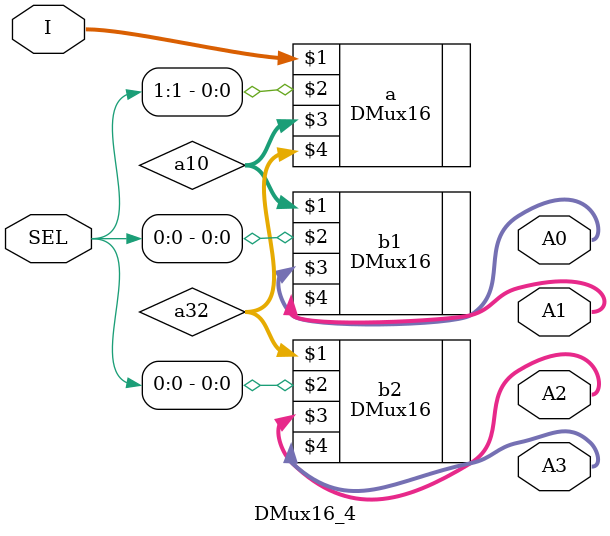
<source format=v>
`timescale 1ns / 1ps


module DMux16_4(I,SEL,A0,A1,A2,A3);
input [15:0] I;
input [1:0] SEL;
output [15:0] A0,A1,A2,A3;

wire [15:0] a10,a32;
DMux16 a (I,SEL[1],a10,a32);
DMux16 b1(a10,SEL[0],A0,A1);
DMux16 b2(a32,SEL[0],A2,A3);

endmodule

</source>
